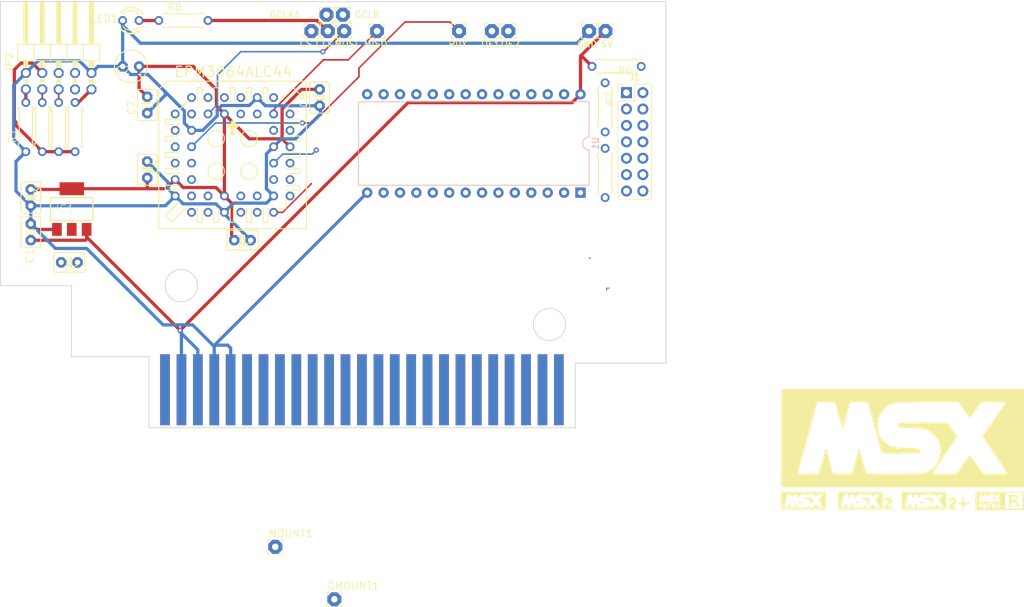
<source format=kicad_pcb>
(kicad_pcb (version 20211014) (generator pcbnew)
  (layers (0 "F.Cu" signal) (31 "B.Cu" signal) (34 "B.Paste" user) (35 "F.Paste" user) (36 "B.SilkS" user "B.Silkscreen") (37 "F.SilkS" user "F.Silkscreen") (38 "B.Mask" user) (39 "F.Mask" user) (44 "Edge.Cuts" user))
  (net 0 "")
  (net 1 "GNDREF")
  (net 2 "TMS")
  (net 3 "TDO")
  (net 4 "TDI")
  (net 5 "TCK")
  (net 6 "+3.3V")
  (net 7 "GCLR")
  (net 8 "OE2")
  (net 9 "SPI_MOSI")
  (net 10 "{slash}BUSDIR")
  (net 11 "{slash}WAIT")
  (net 12 "SPI_RDY")
  (net 13 "SPI_CS")
  (net 14 "SPI_CLK")
  (net 15 "{slash}RD")
  (net 16 "{slash}WR")
  (net 17 "{slash}IORQ")
  (net 18 "SPI_MISO")
  (net 19 "GCLK1")
  (net 20 "OE1")
  (net 21 "D7")
  (net 22 "D6")
  (net 23 "D5")
  (net 24 "D4")
  (net 25 "D3")
  (net 26 "D2")
  (net 27 "D1")
  (net 28 "D0")
  (net 30 "{slash}CS1")
  (net 31 "{slash}CS2")
  (net 32 "BUSDIR")
  (net 33 "A9")
  (net 34 "A8")
  (net 35 "A7")
  (net 36 "A6")
  (net 37 "A5")
  (net 38 "A4")
  (net 39 "A3")
  (net 40 "A2")
  (net 41 "A15")
  (net 42 "A14")
  (net 43 "A13")
  (net 44 "A12")
  (net 45 "A11")
  (net 46 "A10")
  (net 47 "A1")
  (net 48 "A0")
  (net 49 "+5V")
  (net 50 "{slash}CS12")
  (net 51 "{slash}SLTSL")
  (net 53 "{slash}RFSH")
  (net 54 "{slash}INT")
  (net 55 "{slash}M1")
  (net 56 "{slash}MREQ")
  (net 57 "{slash}RESET")
  (net 59 "CLOCK")
  (net 60 "SW1")
  (net 61 "SW2")
  (net 62 "+12V")
  (net 63 "SOUNDIN")
  (net 64 "-12V")
  (net 68 "Net-(LED1-PadA)")
  (net 70 "{slash}MEM_WE")
  (net 71 "{slash}MEM_OE")
  (net 72 "{slash}MEM_CE")
  (net 73 "MEM_A14")
  (footprint "msxpi:2,15_1,0" (layer "F.Cu") (at 151.384 75.558457)
    (fp_text reference "SPI_MOSI_PI_GPIO1" hide)
    (fp_text value "SPI_MOSI")
  )
  (footprint "msxpi:0207_7" (layer "F.Cu") (at 191.77 97.536 90)
    (fp_text reference "R5" hide)
    (fp_text value "10k")
  )
  (footprint "msxpi:2,15_1,0" (layer "F.Cu") (at 191.824942 75.558457)
    (fp_text reference "+5V1" hide)
    (fp_text value "2,15/1,0" hide)
  )
  (footprint "msxpi:C2.5-3" (layer "F.Cu") (at 147.574 85.852 90)
    (fp_text reference "C8")
    (fp_text value "C2,5-3")
  )
  (footprint "msxpi:2,15_1,0" (layer "F.Cu") (at 151.184942 73.018457)
    (fp_text reference "GND1" hide)
    (fp_text value "2,15/1,0" hide)
  )
  (footprint "msxpi:C2.5-3" (layer "F.Cu") (at 102.87 106.68 90)
    (fp_text reference "C1")
    (fp_text value "100nf")
  )
  (footprint "msxpi:0207_7" (layer "F.Cu") (at 107.188 90.424 90)
    (fp_text reference "R3" hide)
    (fp_text value "10K")
  )
  (footprint "msxpi:0207_7" (layer "F.Cu") (at 126.492 73.914)
    (fp_text reference "R8")
    (fp_text value "470")
  )
  (footprint "msxpi:2,15_1,0" (layer "F.Cu") (at 176.784 75.558457)
    (fp_text reference "GND2" hide)
    (fp_text value "2,15/1,0" hide)
  )
  (footprint "msxpi:SOT223" (layer "F.Cu") (at 109.22 103.124)
    (fp_text reference "IC1")
    (fp_text value "LD1117" hide)
  )
  (footprint "Connector_PinHeader_2.54mm:PinHeader_2x07_P2.54mm_Vertical" (layer "F.Cu") (at 195.072 85.09)
    (fp_text reference "J1")
    (fp_text value "ROM_SWITCH")
  )
  (footprint "msxpi:0207_7" (layer "F.Cu") (at 102.108 90.424 90)
    (fp_text reference "R1")
    (fp_text value "10K")
  )
  (footprint "msxpi:C2.5-3" (layer "F.Cu") (at 120.904 86.995 90)
    (fp_text reference "C7")
    (fp_text value "C2,5-3")
  )
  (footprint "msxpi:2X05_90" (layer "F.Cu") (at 107.188 78.232)
    (fp_text reference "JP2")
    (fp_text value "JTAG")
  )
  (footprint "msxpi:0207_7" (layer "F.Cu") (at 191.77 87.376 -90)
    (fp_text reference "R7")
    (fp_text value "10k")
  )
  (footprint "msxpi:2,15_1,0" (layer "F.Cu") (at 149.86 163.576)
    (fp_text reference "GMOUNT1")
    (fp_text value "2,15/1,0")
  )
  (footprint "msxpi:2,15_1,0" (layer "F.Cu") (at 148.644942 73.018457)
    (fp_text reference "GND3" hide)
    (fp_text value "2,15/1,0" hide)
  )
  (footprint "msxpi:LED3MM" (layer "F.Cu") (at 118.364 73.914 180)
    (fp_text reference "LED1")
    (fp_text value "LED3MM")
  )
  (footprint "msxpi:C2.5-3" (layer "F.Cu") (at 135.636 107.95 180)
    (fp_text reference "C5")
    (fp_text value "C2,5-3")
  )
  (footprint "msxpi:0207_7" (layer "F.Cu") (at 104.648 90.424 90)
    (fp_text reference "R2" hide)
    (fp_text value "10K")
  )
  (footprint "msxpi:2,15_1,0" (layer "F.Cu") (at 189.284942 75.558457)
    (fp_text reference "GND5" hide)
    (fp_text value "2,15/1,0" hide)
  )
  (footprint "msxpi:C2.5-3" (layer "F.Cu") (at 108.839 111.379 180)
    (fp_text reference "C6")
    (fp_text value "C2,5-3")
  )
  (footprint "msxpi:2,15_1,0" (layer "F.Cu") (at 156.464 75.558457)
    (fp_text reference "SPI_MISO_PI_GPIO1" hide)
    (fp_text value "SPI_MISO")
  )
  (footprint "msxpi:2,15_1,0" (layer "F.Cu") (at 169.164 75.558457)
    (fp_text reference "SPI_RDY_PI_GPIO1" hide)
    (fp_text value "SPI_RDY")
  )
  (footprint "msxpi:E2,5-5" (layer "F.Cu") (at 118.364 81.026 180)
    (fp_text reference "C2")
    (fp_text value "100uf")
  )
  (footprint "msxpi:2,15_1,0" (layer "F.Cu") (at 140.716 155.448)
    (fp_text reference "MOUNT1")
    (fp_text value "2,15/1,0")
  )
  (footprint "msxpi:C2.5-3" (layer "F.Cu") (at 120.904 97.028 -90)
    (fp_text reference "C4")
    (fp_text value "C2,5-3")
  )
  (footprint "msxpi:2,15_1,0" (layer "F.Cu") (at 148.844 75.558457)
    (fp_text reference "SPI_CLK_PI_GPIO1" hide)
    (fp_text value "SPI_CLK")
  )
  (footprint "msxpi:0207_7" (layer "F.Cu") (at 193.548 81.026 180)
    (fp_text reference "R6")
    (fp_text value "10k")
  )
  (footprint "msxpi:PLCC-S44" (layer "F.Cu") (at 134.112 94.742)
    (fp_text reference "EPM3064ALC44")
    (fp_text value "EPM3064ALC44" hide)
  )
  (footprint "Roni Footprints:MSX_CART" (layer "F.Cu") (at 147.828 101.6)
    (fp_text reference "JP1" hide)
    (fp_text value "MSXCART1" hide)
    (fp_line (start -49.66 13.4) (end -38.66 13.4) (layer "Edge.Cuts") (width 0.12))
    (fp_line (start 53.34 -30.6) (end 53.34 25.4) (layer "Edge.Cuts") (width 0.12))
    (fp_line (start 39.34 25.4) (end 53.34 25.4) (layer "Edge.Cuts") (width 0.12))
    (fp_line (start -49.66 13.4) (end -49.66 -30.6) (layer "Edge.Cuts") (width 0.12))
    (fp_line (start 53.34 -30.6) (end -49.66 -30.6) (layer "Edge.Cuts") (width 0.12))
    (fp_line (start -38.66 13.4) (end -38.66 24.4) (layer "Edge.Cuts") (width 0.12))
    (fp_line (start 39.34 25.4) (end 39.34 35.4) (layer "Edge.Cuts") (width 0.12))
    (fp_line (start -26.66 35.4) (end 39.34 35.4) (layer "Edge.Cuts") (width 0.12))
    (fp_line (start -38.66 24.4) (end -26.66 24.4) (layer "Edge.Cuts") (width 0.12))
    (fp_line (start -26.66 35.4) (end -26.66 24.4) (layer "Edge.Cuts") (width 0.12))
    (fp_circle (center -21.66 13.4) (end -19.16 13.4) (layer "Edge.Cuts") (width 0.12) (fill none))
    (fp_circle (center 35.34 19.4) (end 37.84 19.4) (layer "Edge.Cuts") (width 0.12) (fill none))
  )
  (footprint "msxpi:0207_7" (layer "F.Cu") (at 109.728 90.424 90)
    (fp_text reference "R4" hide)
    (fp_text value "10K")
  )
  (footprint "msxpi:C2.5-3" (layer "F.Cu") (at 102.87 101.346 -90)
    (fp_text reference "C3")
    (fp_text value "100nf")
  )
  (footprint "LOGO" (layer "F.Cu") (at 237.744 140.208)
    (fp_text reference "G***" hide)
    (fp_text value "LOGO" hide)
  )
  (footprint "msxpi:2,15_1,0" (layer "F.Cu") (at 146.304 75.558457)
    (fp_text reference "SPI_CS_PI_GPIO1" hide)
    (fp_text value "SPI_CS")
  )
  (footprint "msxpi:2,15_1,0" (layer "F.Cu") (at 174.244 75.558457)
    (fp_text reference "GND4" hide)
    (fp_text value "2,15/1,0" hide)
  )
  (footprint "Package_DIP:DIP-28_W15.24mm" (layer "B.Cu") (at 187.96 100.584 90)
    (fp_text reference "U1")
    (fp_text value "28C256" hide)
  )
  (gr_text "GND" (at 188.976 77.590457) (layer "F.SilkS") (effects (font (size 1 1))))
  (gr_text "GCLR" (at 154.94 73.018457) (layer "F.SilkS") (effects (font (size 1 1))))
  (gr_text "OE2" (at 177.092942 77.590457) (layer "F.SilkS") (effects (font (size 1 1))))
  (gr_text "CS" (at 145.465791 77.561835) (layer "F.SilkS") (effects (font (size 1 1))))
  (gr_text "5V" (at 192.024 77.590457) (layer "F.SilkS") (effects (font (size 1 1))))
  (gr_text "RDY" (at 168.964942 77.590457) (layer "F.SilkS") (effects (font (size 1 1))))
  (gr_text "MOSI" (at 151.692942 77.590457) (layer "F.SilkS") (effects (font (size 1 1))))
  (gr_text "OE1" (at 174.044942 77.590457) (layer "F.SilkS") (effects (font (size 1 1))))
  (gr_text "CLK" (at 148.354911 77.583078) (layer "F.SilkS") (effects (font (size 1 1))))
  (gr_text "MISO\n" (at 156.264942 77.590457) (layer "F.SilkS") (effects (font (size 1 1))))
  (gr_text "GCLK1" (at 142.24 73.018457) (layer "F.SilkS") (effects (font (size 1 1))))
  (segment (start 192.003299 115.7551) (end 192.003299 115.3741) (width 0.1524) (layer "B.Cu") (net 0))
  (segment (start 192.003299 115.3741) (end 192.386171 115.3741) (width 0.1524) (layer "B.Cu") (net 0))
  (segment (start 106.92 106.274) (end 103.734 106.274) (width 0.5) (layer "F.Cu") (net 1))
  (segment (start 103.734 106.274) (end 102.87 105.41) (width 0.5) (layer "F.Cu") (net 1))
  (segment (start 123.689335 85.479665) (end 120.904 88.265) (width 0.5) (layer "B.Cu") (net 1))
  (segment (start 125.222 101.092) (end 126.451872 102.321872) (width 0.5) (layer "B.Cu") (net 1))
  (segment (start 124.1084 98.9624) (end 124.1084 99.9784) (width 0.5) (layer "B.Cu") (net 1))
  (segment (start 124.1084 99.9784) (end 125.222 101.092) (width 0.5) (layer "B.Cu") (net 1))
  (segment (start 118.3473 82.2793) (end 120.99697 82.2793) (width 0.5) (layer "B.Cu") (net 1))
  (segment (start 140.462 101.092) (end 139.3484 99.9784) (width 0.5) (layer "B.Cu") (net 1))
  (segment (start 133.810025 131.114405) (end 133.810025 124.666025) (width 0.5) (layer "B.Cu") (net 1))
  (segment (start 133.810025 124.666025) (end 133.35 124.206) (width 0.5) (layer "B.Cu") (net 1))
  (segment (start 102.87 102.616) (end 123.698 102.616) (width 0.5) (layer "B.Cu") (net 1))
  (segment (start 117.094 81.026) (end 113.284 81.026) (width 0.5) (layer "B.Cu") (net 1))
  (segment (start 112.268 82.042) (end 110.388376 80.162376) (width 0.5) (layer "B.Cu") (net 1))
  (segment (start 137.922 85.852) (end 139.192 87.122) (width 0.5) (layer "B.Cu") (net 1))
  (segment (start 189.284942 75.558457) (end 187.405318 77.438081) (width 0.5) (layer "B.Cu") (net 1))
  (segment (start 120.904 95.758) (end 124.1084 98.9624) (width 0.5) (layer "B.Cu") (net 1))
  (segment (start 132.429826 87.081872) (end 131.726849 87.784849) (width 0.5) (layer "B.Cu") (net 1))
  (segment (start 103.987624 80.162376) (end 102.108 82.042) (width 0.5) (layer "B.Cu") (net 1))
  (segment (start 141.691871 92.242129) (end 140.462 93.472) (width 0.5) (layer "B.Cu") (net 1))
  (segment (start 100.228376 83.921624) (end 100.228376 92.354376) (width 0.5) (layer "B.Cu") (net 1))
  (segment (start 139.3484 102.2056) (end 134.2684 102.2056) (width 0.5) (layer "B.Cu") (net 1))
  (segment (start 129.484302 90.932) (end 131.726849 88.689453) (width 0.5) (layer "B.Cu") (net 1))
  (segment (start 123.3528 121.0668) (end 111.506 109.22) (width 0.5) (layer "B.Cu") (net 1))
  (segment (start 123.689335 84.971665) (end 123.689335 85.479665) (width 0.5) (layer "B.Cu") (net 1))
  (segment (start 119.856081 77.438081) (end 117.094 74.676) (width 0.5) (layer "B.Cu") (net 1))
  (segment (start 147.572546 88.519) (end 143.849417 92.242129) (width 0.5) (layer "B.Cu") (net 1))
  (segment (start 131.064 124.206) (end 127.9248 121.0668) (width 0.5) (layer "B.Cu") (net 1))
  (segment (start 110.388376 80.162376) (end 103.987624 80.162376) (width 0.5) (layer "B.Cu") (net 1))
  (segment (start 126.451872 102.321872) (end 131.531872 102.321872) (width 0.5) (layer "B.Cu") (net 1))
  (segment (start 106.68 109.22) (end 102.87 105.41) (width 0.5) (layer "B.Cu") (net 1))
  (segment (start 120.99697 82.2793) (end 123.689335 84.971665) (width 0.5) (layer "B.Cu") (net 1))
  (segment (start 134.2684 102.2056) (end 132.842 103.632) (width 0.5) (layer "B.Cu") (net 1))
  (segment (start 137.922 85.852) (end 136.692128 87.081872) (width 0.5) (layer "B.Cu") (net 1))
  (segment (start 127.9248 121.0668) (end 123.3528 121.0668) (width 0.5) (layer "B.Cu") (net 1))
  (segment (start 100.228376 92.354376) (end 102.108 94.234) (width 0.5) (layer "B.Cu") (net 1))
  (segment (start 123.689335 84.971665) (end 126.6484 87.93073) (width 0.5) (layer "B.Cu") (net 1))
  (segment (start 117.094 74.676) (end 117.094 73.914) (width 0.5) (layer "B.Cu") (net 1))
  (segment (start 131.270025 124.412025) (end 131.270025 131.114405) (width 0.5) (layer "B.Cu") (net 1))
  (segment (start 113.284 81.026) (end 112.268 82.042) (width 0.5) (layer "B.Cu") (net 1))
  (segment (start 133.35 124.206) (end 131.064 124.206) (width 0.5) (layer "B.Cu") (net 1))
  (segment (start 154.94 100.584) (end 131.270025 124.253975) (width 0.5) (layer "B.Cu") (net 1))
  (segment (start 139.3484 94.5856) (end 140.462 93.472) (width 0.5) (layer "B.Cu") (net 1))
  (segment (start 139.3484 99.9784) (end 139.3484 94.5856) (width 0.5) (layer "B.Cu") (net 1))
  (segment (start 123.698 102.616) (end 125.222 101.092) (width 0.5) (layer "B.Cu") (net 1))
  (segment (start 102.108 94.234) (end 100.584 95.758) (width 0.5) (layer "B.Cu") (net 1))
  (segment (start 147.701 88.519) (end 147.572546 88.519) (width 0.5) (layer "B.Cu") (net 1))
  (segment (start 136.692128 87.081872) (end 132.429826 87.081872) (width 0.5) (layer "B.Cu") (net 1))
  (segment (start 131.270025 124.253975) (end 131.270025 124.412025) (width 0.5) (layer "B.Cu") (net 1))
  (segment (start 139.192 87.122) (end 147.574 87.122) (width 0.5) (layer "B.Cu") (net 1))
  (segment (start 126.6484 89.8184) (end 127.762 90.932) (width 0.5) (layer "B.Cu") (net 1))
  (segment (start 127.762 90.932) (end 129.484302 90.932) (width 0.5) (layer "B.Cu") (net 1))
  (segment (start 117.094 81.026) (end 117.094 73.914) (width 0.5) (layer "B.Cu") (net 1))
  (segment (start 187.405318 77.438081) (end 119.856081 77.438081) (width 0.5) (layer "B.Cu") (net 1))
  (segment (start 131.531872 102.321872) (end 132.842 103.632) (width 0.5) (layer "B.Cu") (net 1))
  (segment (start 140.462 101.092) (end 139.3484 102.2056) (width 0.5) (layer "B.Cu") (net 1))
  (segment (start 131.064 124.206) (end 131.270025 124.412025) (width 0.5) (layer "B.Cu") (net 1))
  (segment (start 102.87 102.616) (end 102.87 105.41) (width 0.5) (layer "B.Cu") (net 1))
  (segment (start 100.584 95.758) (end 100.584 100.33) (width 0.5) (layer "B.Cu") (net 1))
  (segment (start 111.506 109.22) (end 106.68 109.22) (width 0.5) (layer "B.Cu") (net 1))
  (segment (start 132.842 103.886) (end 132.842 103.632) (width 0.5) (layer "B.Cu") (net 1))
  (segment (start 117.094 81.026) (end 118.3473 82.2793) (width 0.5) (layer "B.Cu") (net 1))
  (segment (start 136.906 107.95) (end 132.842 103.886) (width 0.5) (layer "B.Cu") (net 1))
  (segment (start 143.849417 92.242129) (end 141.691871 92.242129) (width 0.5) (layer "B.Cu") (net 1))
  (segment (start 102.108 82.042) (end 100.228376 83.921624) (width 0.5) (layer "B.Cu") (net 1))
  (segment (start 131.726849 88.689453) (end 131.726849 87.784849) (width 0.5) (layer "B.Cu") (net 1))
  (segment (start 147.701 87.249) (end 147.701 88.392) (width 0.5) (layer "B.Cu") (net 1))
  (segment (start 147.574 87.122) (end 147.701 87.249) (width 0.5) (layer "B.Cu") (net 1))
  (segment (start 126.6484 87.93073) (end 126.6484 89.8184) (width 0.5) (layer "B.Cu") (net 1))
  (segment (start 100.584 100.33) (end 102.87 102.616) (width 0.5) (layer "B.Cu") (net 1))
  (segment (start 106.934 84.582) (end 107.188 84.582) (width 0.25) (layer "F.Cu") (net 2))
  (segment (start 107.188 84.582) (end 107.188 86.614) (width 0.25) (layer "F.Cu") (net 2))
  (segment (start 104.394 84.582) (end 104.648 84.582) (width 0.25) (layer "F.Cu") (net 3))
  (segment (start 104.648 84.582) (end 104.648 86.614) (width 0.25) (layer "F.Cu") (net 3))
  (segment (start 109.728 86.614) (end 110.236 86.614) (width 0.5) (layer "F.Cu") (net 4))
  (segment (start 110.236 86.614) (end 112.268 84.582) (width 0.5) (layer "F.Cu") (net 4))
  (segment (start 102.108 84.582) (end 102.108 86.614) (width 0.5) (layer "F.Cu") (net 5))
  (segment (start 133.9556 102.2056) (end 132.842 101.092) (width 0.5) (layer "F.Cu") (net 6))
  (segment (start 119.634 84.455) (end 120.904 85.725) (width 0.5) (layer "F.Cu") (net 6))
  (segment (start 125.222 98.552) (end 126.451872 99.781872) (width 0.5) (layer "F.Cu") (net 6))
  (segment (start 120.904 98.298) (end 120.904 99.822) (width 0.5) (layer "F.Cu") (net 6))
  (segment (start 134.366 107.95) (end 133.9556 107.5396) (width 0.5) (layer "F.Cu") (net 6))
  (segment (start 132.842 101.092) (end 132.842 88.392) (width 0.5) (layer "F.Cu") (net 6))
  (segment (start 133.9556 107.5396) (end 133.9556 102.2056) (width 0.5) (layer "F.Cu") (net 6))
  (segment (start 131.612128 87.162128) (end 131.612128 84.622128) (width 0.5) (layer "F.Cu") (net 6))
  (segment (start 123.8 99.974) (end 125.222 98.552) (width 0.5) (layer "F.Cu") (net 6))
  (segment (start 120.904 99.822) (end 121.056 99.974) (width 0.5) (layer "F.Cu") (net 6))
  (segment (start 121.056 99.974) (end 123.8 99.974) (width 0.5) (layer "F.Cu") (net 6))
  (segment (start 132.842 88.392) (end 131.612128 87.162128) (width 0.5) (layer "F.Cu") (net 6))
  (segment (start 147.574 84.582) (end 144.78 84.582) (width 0.5) (layer "F.Cu") (net 6))
  (segment (start 141.772128 87.589872) (end 141.772128 92.242128) (width 0.5) (layer "F.Cu") (net 6))
  (segment (start 131.612128 84.622128) (end 128.016 81.026) (width 0.5) (layer "F.Cu") (net 6))
  (segment (start 126.451872 99.781872) (end 131.531872 99.781872) (width 0.5) (layer "F.Cu") (net 6))
  (segment (start 109.118 100.076) (end 109.22 99.974) (width 0.5) (layer "F.Cu") (net 6))
  (segment (start 131.531872 99.781872) (end 132.842 101.092) (width 0.5) (layer "F.Cu") (net 6))
  (segment (start 119.634 81.026) (end 119.634 84.455) (width 0.5) (layer "F.Cu") (net 6))
  (segment (start 102.87 100.076) (end 109.118 100.076) (width 0.5) (layer "F.Cu") (net 6))
  (segment (start 136.692128 92.242128) (end 132.842 88.392) (width 0.5) (layer "F.Cu") (net 6))
  (segment (start 143.002 93.472) (end 141.772128 92.242128) (width 0.5) (layer "F.Cu") (net 6))
  (segment (start 144.78 84.582) (end 141.772128 87.589872) (width 0.5) (layer "F.Cu") (net 6))
  (segment (start 109.22 99.974) (end 121.056 99.974) (width 0.5) (layer "F.Cu") (net 6))
  (segment (start 128.016 81.026) (end 119.634 81.026) (width 0.5) (layer "F.Cu") (net 6))
  (segment (start 141.772128 92.242128) (end 136.692128 92.242128) (width 0.5) (layer "F.Cu") (net 6))
  (segment (start 148.202457 78.74) (end 148.082 78.74) (width 0.25) (layer "F.Cu") (net 9))
  (segment (start 151.384 75.558457) (end 148.202457 78.74) (width 0.25) (layer "F.Cu") (net 9))
  (via (at 148.082 78.74) (size 0.8) (drill 0.4) (layers "F.Cu" "B.Cu") (net 9))
  (segment (start 148.082 78.74) (end 135.382 78.74) (width 0.25) (layer "B.Cu") (net 9))
  (segment (start 131.767302 86.926698) (end 130.302 88.392) (width 0.25) (layer "B.Cu") (net 9))
  (segment (start 131.767302 82.354698) (end 131.767302 86.926698) (width 0.25) (layer "B.Cu") (net 9))
  (segment (start 135.382 78.74) (end 131.767302 82.354698) (width 0.25) (layer "B.Cu") (net 9))
  (segment (start 153.67 82.621658) (end 153.67 81.28) (width 0.25) (layer "F.Cu") (net 12))
  (segment (start 144.907 89.789) (end 146.502658 89.789) (width 0.25) (layer "F.Cu") (net 12))
  (segment (start 167.7563 74.150757) (end 169.164 75.558457) (width 0.25) (layer "F.Cu") (net 12))
  (segment (start 160.799243 74.150757) (end 167.7563 74.150757) (width 0.25) (layer "F.Cu") (net 12))
  (segment (start 153.67 81.28) (end 160.799243 74.150757) (width 0.25) (layer "F.Cu") (net 12))
  (segment (start 146.502658 89.789) (end 153.67 82.621658) (width 0.25) (layer "F.Cu") (net 12))
  (via (at 144.907 89.789) (size 0.8) (drill 0.4) (layers "F.Cu" "B.Cu") (net 12))
  (segment (start 131.2906 89.9434) (end 127.762 93.472) (width 0.25) (layer "B.Cu") (net 12))
  (segment (start 131.2906 89.9434) (end 131.445 89.789) (width 0.25) (layer "B.Cu") (net 12))
  (segment (start 131.445 89.789) (end 139.446 89.789) (width 0.25) (layer "B.Cu") (net 12))
  (segment (start 139.446 89.789) (end 144.907 89.789) (width 0.25) (layer "B.Cu") (net 12))
  (segment (start 141.860092 103.632) (end 140.462 103.632) (width 0.25) (layer "F.Cu") (net 13))
  (segment (start 146.304 99.188092) (end 141.860092 103.632) (width 0.25) (layer "F.Cu") (net 13))
  (segment (start 130.302 73.914) (end 147.199543 73.914) (width 0.5) (layer "F.Cu") (net 14))
  (segment (start 147.199543 73.914) (end 148.844 75.558457) (width 0.5) (layer "F.Cu") (net 14))
  (via (at 147.066 93.98) (size 0.8) (drill 0.4) (layers "F.Cu" "B.Cu") (net 14))
  (segment (start 141.868649 94.605351) (end 146.440649 94.605351) (width 0.25) (layer "B.Cu") (net 14))
  (segment (start 140.462 96.012) (end 141.868649 94.605351) (width 0.25) (layer "B.Cu") (net 14))
  (segment (start 146.440649 94.605351) (end 147.066 93.98) (width 0.25) (layer "B.Cu") (net 14))
  (segment (start 148.1836 80.01) (end 148.209 80.01) (width 0.25) (layer "F.Cu") (net 18))
  (segment (start 140.462 87.7316) (end 148.1836 80.01) (width 0.25) (layer "F.Cu") (net 18))
  (segment (start 152.012457 80.01) (end 148.209 80.01) (width 0.25) (layer "F.Cu") (net 18))
  (segment (start 148.209 80.01) (end 148.082 80.01) (width 0.25) (layer "F.Cu") (net 18))
  (segment (start 156.464 75.558457) (end 152.012457 80.01) (width 0.25) (layer "F.Cu") (net 18))
  (segment (start 140.462 88.392) (end 140.462 87.7316) (width 0.25) (layer "F.Cu") (net 18))
  (segment (start 189.336299 110.8021) (end 189.463299 110.6751) (width 0.1524) (layer "F.Cu") (net 42))
  (segment (start 111.52 106.274) (end 111.52 107.456) (width 0.5) (layer "F.Cu") (net 49))
  (segment (start 104.648 94.234) (end 107.188 94.234) (width 0.5) (layer "F.Cu") (net 49))
  (segment (start 161.258923 86.645077) (end 186.658923 86.645077) (width 0.5) (layer "F.Cu") (net 49))
  (segment (start 100.33 89.408) (end 100.584 89.662) (width 0.5) (layer "F.Cu") (net 49))
  (segment (start 187.96 85.344) (end 187.96 82.804) (width 0.5) (layer "F.Cu") (net 49))
  (segment (start 107.188 94.234) (end 109.728 94.234) (width 0.5) (layer "F.Cu") (net 49))
  (segment (start 187.96 79.423399) (end 191.824942 75.558457) (width 0.5) (layer "F.Cu") (net 49))
  (segment (start 111.344 107.95) (end 111.52 107.774) (width 0.5) (layer "F.Cu") (net 49))
  (segment (start 102.87 107.95) (end 111.344 107.95) (width 0.5) (layer "F.Cu") (net 49))
  (segment (start 100.584 90.17) (end 104.648 94.234) (width 0.5) (layer "F.Cu") (net 49))
  (segment (start 101.346 80.518) (end 100.33 81.534) (width 0.5) (layer "F.Cu") (net 49))
  (segment (start 111.52 107.774) (end 111.52 106.274) (width 0.5) (layer "F.Cu") (net 49))
  (segment (start 100.584 89.662) (end 100.584 90.17) (width 0.5) (layer "F.Cu") (net 49))
  (segment (start 186.658923 86.645077) (end 187.96 85.344) (width 0.5) (layer "F.Cu") (net 49))
  (segment (start 103.124 80.518) (end 101.346 80.518) (width 0.5) (layer "F.Cu") (net 49))
  (segment (start 111.52 107.456) (end 125.984 121.92) (width 0.5) (layer "F.Cu") (net 49))
  (segment (start 100.33 81.534) (end 100.33 89.408) (width 0.5) (layer "F.Cu") (net 49))
  (segment (start 188.135399 79.423399) (end 187.96 79.423399) (width 0.5) (layer "F.Cu") (net 49))
  (segment (start 187.96 82.804) (end 187.96 79.423399) (width 0.5) (layer "F.Cu") (net 49))
  (segment (start 189.738 81.026) (end 188.135399 79.423399) (width 0.5) (layer "F.Cu") (net 49))
  (segment (start 104.648 82.042) (end 103.124 80.518) (width 0.5) (layer "F.Cu") (net 49))
  (segment (start 125.984 121.92) (end 161.258923 86.645077) (width 0.5) (layer "F.Cu") (net 49))
  (via (at 125.984 121.92) (size 0.8) (drill 0.4) (layers "F.Cu" "B.Cu") (net 49))
  (segment (start 125.984 121.92) (end 126.190025 122.126025) (width 0.5) (layer "B.Cu") (net 49))
  (segment (start 125.984 122.174) (end 125.984 121.92) (width 0.5) (layer "B.Cu") (net 49))
  (segment (start 126.190025 122.126025) (end 126.190025 131.114405) (width 0.5) (layer "B.Cu") (net 49))
  (segment (start 128.730025 131.114405) (end 128.730025 124.920025) (width 0.5) (layer "B.Cu") (net 49))
  (segment (start 128.730025 124.920025) (end 125.984 122.174) (width 0.5) (layer "B.Cu") (net 49))
  (segment (start 119.634 73.914) (end 122.682 73.914) (width 0.5) (layer "F.Cu") (net 68))
)
</source>
